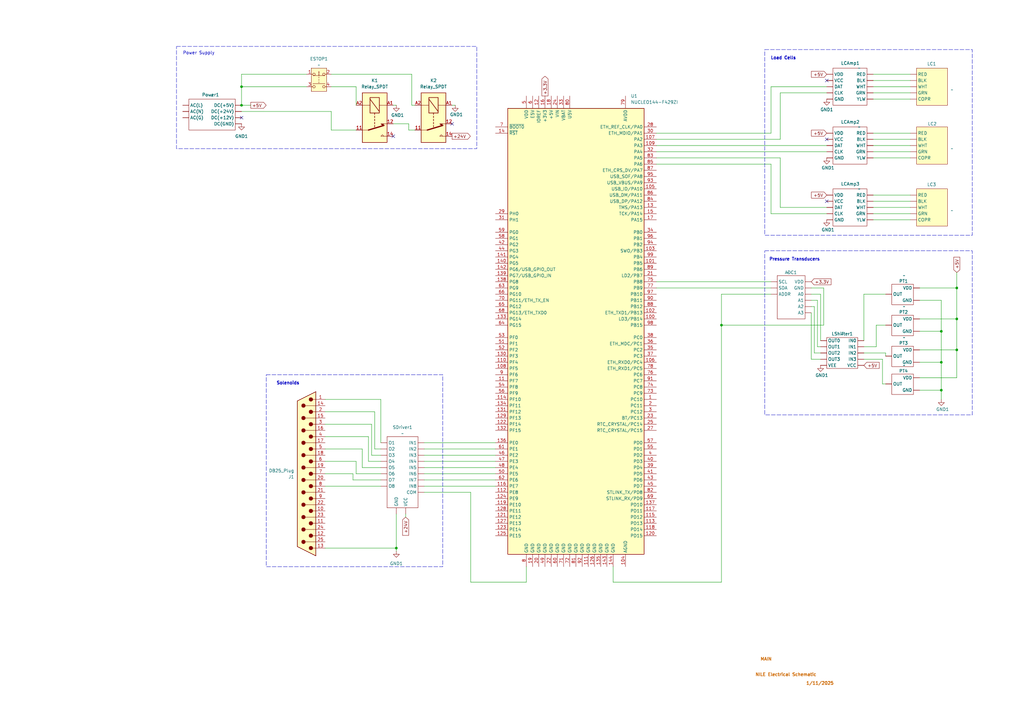
<source format=kicad_sch>
(kicad_sch (version 20231120) (generator "eeschema") (generator_version "8.0")
  (paper "A3")
  (lib_symbols
    (symbol "Connector:DB25_Plug" (pin_names (offset 1.016) hide)
      (property "Reference" "J" (at 0 34.29 0))
      (property "Value" "DB25_Plug" (at 0 -34.925 0))
      (symbol "DB25_Plug_0_1"
        (circle (center -1.778 -30.48) (radius 0.762) (fill (type outline)))
        (circle (center -1.778 -25.4) (radius 0.762) (fill (type outline)))
        (circle (center -1.778 -20.32) (radius 0.762) (fill (type outline)))
        (circle (center -1.778 -15.24) (radius 0.762) (fill (type outline)))
        (circle (center -1.778 -10.16) (radius 0.762) (fill (type outline)))
        (circle (center -1.778 -5.08) (radius 0.762) (fill (type outline)))
        (circle (center -1.778 0) (radius 0.762) (fill (type outline)))
        (circle (center -1.778 5.08) (radius 0.762) (fill (type outline)))
        (circle (center -1.778 10.16) (radius 0.762) (fill (type outline)))
        (circle (center -1.778 15.24) (radius 0.762) (fill (type outline)))
        (circle (center -1.778 20.32) (radius 0.762) (fill (type outline)))
        (circle (center -1.778 25.4) (radius 0.762) (fill (type outline)))
        (circle (center -1.778 30.48) (radius 0.762) (fill (type outline)))
        (polyline (pts (xy -3.81 -30.48) (xy -2.54 -30.48)))
        (polyline (pts (xy -3.81 -27.94) (xy 0.508 -27.94)))
        (polyline (pts (xy -3.81 -25.4) (xy -2.54 -25.4)))
        (polyline (pts (xy -3.81 -22.86) (xy 0.508 -22.86)))
        (polyline (pts (xy -3.81 -20.32) (xy -2.54 -20.32)))
        (polyline (pts (xy -3.81 -17.78) (xy 0.508 -17.78)))
        (polyline (pts (xy -3.81 -15.24) (xy -2.54 -15.24)))
        (polyline (pts (xy -3.81 -12.7) (xy 0.508 -12.7)))
        (polyline (pts (xy -3.81 -10.16) (xy -2.54 -10.16)))
        (polyline (pts (xy -3.81 -7.62) (xy 0.508 -7.62)))
        (polyline (pts (xy -3.81 -5.08) (xy -2.54 -5.08)))
        (polyline (pts (xy -3.81 -2.54) (xy 0.508 -2.54)))
        (polyline (pts (xy -3.81 0) (xy -2.54 0)))
        (polyline (pts (xy -3.81 2.54) (xy 0.508 2.54)))
        (polyline (pts (xy -3.81 5.08) (xy -2.54 5.08)))
        (polyline (pts (xy -3.81 7.62) (xy 0.508 7.62)))
        (polyline (pts (xy -3.81 10.16) (xy -2.54 10.16)))
        (polyline (pts (xy -3.81 12.7) (xy 0.508 12.7)))
        (polyline (pts (xy -3.81 15.24) (xy -2.54 15.24)))
        (polyline (pts (xy -3.81 17.78) (xy 0.508 17.78)))
        (polyline (pts (xy -3.81 20.32) (xy -2.54 20.32)))
        (polyline (pts (xy -3.81 22.86) (xy 0.508 22.86)))
        (polyline (pts (xy -3.81 25.4) (xy -2.54 25.4)))
        (polyline (pts (xy -3.81 27.94) (xy 0.508 27.94)))
        (polyline (pts (xy -3.81 30.48) (xy -2.54 30.48)))
        (polyline (pts (xy -3.81 -33.655) (xy 3.81 -29.845) (xy 3.81 29.845) (xy -3.81 33.655) (xy -3.81 -33.655)) (stroke (width 0.254)) (fill (type background)))
        (circle (center 1.27 -27.94) (radius 0.762) (fill (type outline)))
        (circle (center 1.27 -22.86) (radius 0.762) (fill (type outline)))
        (circle (center 1.27 -17.78) (radius 0.762) (fill (type outline)))
        (circle (center 1.27 -12.7) (radius 0.762) (fill (type outline)))
        (circle (center 1.27 -7.62) (radius 0.762) (fill (type outline)))
        (circle (center 1.27 -2.54) (radius 0.762) (fill (type outline)))
        (circle (center 1.27 2.54) (radius 0.762) (fill (type outline)))
        (circle (center 1.27 7.62) (radius 0.762) (fill (type outline)))
        (circle (center 1.27 12.7) (radius 0.762) (fill (type outline)))
        (circle (center 1.27 17.78) (radius 0.762) (fill (type outline)))
        (circle (center 1.27 22.86) (radius 0.762) (fill (type outline)))
        (circle (center 1.27 27.94) (radius 0.762) (fill (type outline)))
      )
      (symbol "DB25_Plug_1_1"
        (pin passive line (at -7.62 -30.48 0) (length 3.81) (name "1") (number "1"))
        (pin passive line (at -7.62 15.24 0) (length 3.81) (name "10") (number "10"))
        (pin passive line (at -7.62 20.32 0) (length 3.81) (name "11") (number "11"))
        (pin passive line (at -7.62 25.4 0) (length 3.81) (name "12") (number "12"))
        (pin passive line (at -7.62 30.48 0) (length 3.81) (name "13") (number "13"))
        (pin passive line (at -7.62 -27.94 0) (length 3.81) (name "P14") (number "14"))
        (pin passive line (at -7.62 -22.86 0) (length 3.81) (name "P15") (number "15"))
        (pin passive line (at -7.62 -17.78 0) (length 3.81) (name "P16") (number "16"))
        (pin passive line (at -7.62 -12.7 0) (length 3.81) (name "P17") (number "17"))
        (pin passive line (at -7.62 -7.62 0) (length 3.81) (name "P18") (number "18"))
        (pin passive line (at -7.62 -2.54 0) (length 3.81) (name "P19") (number "19"))
        (pin passive line (at -7.62 -25.4 0) (length 3.81) (name "2") (number "2"))
        (pin passive line (at -7.62 2.54 0) (length 3.81) (name "P20") (number "20"))
        (pin passive line (at -7.62 7.62 0) (length 3.81) (name "P21") (number "21"))
        (pin passive line (at -7.62 12.7 0) (length 3.81) (name "P22") (number "22"))
        (pin passive line (at -7.62 17.78 0) (length 3.81) (name "P23") (number "23"))
        (pin passive line (at -7.62 22.86 0) (length 3.81) (name "P24") (number "24"))
        (pin passive line (at -7.62 27.94 0) (length 3.81) (name "P25") (number "25"))
        (pin passive line (at -7.62 -20.32 0) (length 3.81) (name "3") (number "3"))
        (pin passive line (at -7.62 -15.24 0) (length 3.81) (name "4") (number "4"))
        (pin passive line (at -7.62 -10.16 0) (length 3.81) (name "5") (number "5"))
        (pin passive line (at -7.62 -5.08 0) (length 3.81) (name "6") (number "6"))
        (pin passive line (at -7.62 0 0) (length 3.81) (name "7") (number "7"))
        (pin passive line (at -7.62 5.08 0) (length 3.81) (name "8") (number "8"))
        (pin passive line (at -7.62 10.16 0) (length 3.81) (name "9") (number "9"))
      )
    )
    (symbol "MCU_Module:NUCLEO144-F429ZI"
      (property "Reference" "U" (at -22.86 94.615 0))
      (property "Value" "NUCLEO144-F429ZI" (at -22.86 92.71 0))
      (symbol "NUCLEO144-F429ZI_0_1"
        (rectangle (start -27.94 -91.44) (end 27.94 91.44) (stroke (width 0.254)) (fill (type background)))
      )
      (symbol "NUCLEO144-F429ZI_1_1"
        (pin bidirectional line (at 33.02 -27.94 180) (length 5.08) (name "PC10") (number "1"))
        (pin no_connect line (at -27.94 55.88 0) (length 5.08) hide (name "NC") (number "10"))
        (pin bidirectional line (at 33.02 5.08 180) (length 5.08) (name "LD3/PB14") (number "100"))
        (pin bidirectional line (at 33.02 27.94 180) (length 5.08) (name "PB5") (number "101"))
        (pin bidirectional line (at 33.02 7.62 180) (length 5.08) (name "ETH_TXD1/PB13") (number "102"))
        (pin bidirectional line (at 33.02 33.02 180) (length 5.08) (name "SWO/PB3") (number "103"))
        (pin power_in line (at 20.32 -96.52 90) (length 5.08) (name "AGND") (number "104"))
        (pin bidirectional line (at 33.02 58.42 180) (length 5.08) (name "USB_ID/PA10") (number "105"))
        (pin bidirectional line (at 33.02 -12.7 180) (length 5.08) (name "ETH_RXD0/PC4") (number "106"))
        (pin bidirectional line (at 33.02 78.74 180) (length 5.08) (name "PA2") (number "107"))
        (pin bidirectional line (at -33.02 -15.24 0) (length 5.08) (name "PF5") (number "108"))
        (pin bidirectional line (at 33.02 76.2 180) (length 5.08) (name "PA3") (number "109"))
        (pin bidirectional line (at -33.02 -20.32 0) (length 5.08) (name "PF7") (number "11"))
        (pin bidirectional line (at -33.02 -12.7 0) (length 5.08) (name "PF4") (number "110"))
        (pin power_in line (at 5.08 -96.52 90) (length 5.08) (name "GND") (number "111"))
        (pin bidirectional line (at -33.02 -66.04 0) (length 5.08) (name "PE8") (number "112"))
        (pin bidirectional line (at 33.02 -78.74 180) (length 5.08) (name "PD13") (number "113"))
        (pin bidirectional line (at -33.02 -27.94 0) (length 5.08) (name "PF10") (number "114"))
        (pin bidirectional line (at 33.02 -76.2 180) (length 5.08) (name "PD12") (number "115"))
        (pin bidirectional line (at -33.02 -63.5 0) (length 5.08) (name "PE7") (number "116"))
        (pin bidirectional line (at 33.02 -73.66 180) (length 5.08) (name "PD11") (number "117"))
        (pin bidirectional line (at 33.02 -81.28 180) (length 5.08) (name "PD14") (number "118"))
        (pin bidirectional line (at -33.02 -71.12 0) (length 5.08) (name "PE10") (number "119"))
        (pin power_in line (at -15.24 96.52 270) (length 5.08) (name "IOREF") (number "12"))
        (pin bidirectional line (at 33.02 -83.82 180) (length 5.08) (name "PD15") (number "120"))
        (pin bidirectional line (at -33.02 -76.2 0) (length 5.08) (name "PE12") (number "121"))
        (pin bidirectional line (at -33.02 -38.1 0) (length 5.08) (name "PF14") (number "122"))
        (pin bidirectional line (at -33.02 -81.28 0) (length 5.08) (name "PE14") (number "123"))
        (pin bidirectional line (at -33.02 -68.58 0) (length 5.08) (name "PE9") (number "124"))
        (pin bidirectional line (at -33.02 -83.82 0) (length 5.08) (name "PE15") (number "125"))
        (pin power_in line (at 7.62 -96.52 90) (length 5.08) (name "GND") (number "126"))
        (pin bidirectional line (at -33.02 -78.74 0) (length 5.08) (name "PE13") (number "127"))
        (pin bidirectional line (at -33.02 -73.66 0) (length 5.08) (name "PE11") (number "128"))
        (pin bidirectional line (at -33.02 -35.56 0) (length 5.08) (name "PF13") (number "129"))
        (pin bidirectional line (at 33.02 50.8 180) (length 5.08) (name "TMS/PA13") (number "13"))
        (pin bidirectional line (at -33.02 -10.16 0) (length 5.08) (name "PF3") (number "130"))
        (pin bidirectional line (at -33.02 -33.02 0) (length 5.08) (name "PF12") (number "131"))
        (pin bidirectional line (at -33.02 -40.64 0) (length 5.08) (name "PF15") (number "132"))
        (pin bidirectional line (at -33.02 5.08 0) (length 5.08) (name "PG14") (number "133"))
        (pin bidirectional line (at -33.02 -30.48 0) (length 5.08) (name "PF11") (number "134"))
        (pin power_in line (at 10.16 -96.52 90) (length 5.08) (name "GND") (number "135"))
        (pin bidirectional line (at -33.02 -45.72 0) (length 5.08) (name "PE0") (number "136"))
        (pin bidirectional line (at 33.02 -71.12 180) (length 5.08) (name "PD10") (number "137"))
        (pin bidirectional line (at -33.02 20.32 0) (length 5.08) (name "PG8") (number "138"))
        (pin bidirectional line (at -33.02 22.86 0) (length 5.08) (name "PG7/USB_GPIO_IN") (number "139"))
        (pin input line (at -33.02 81.28 0) (length 5.08) (name "~{RST}") (number "14"))
        (pin bidirectional line (at -33.02 27.94 0) (length 5.08) (name "PG5") (number "140"))
        (pin bidirectional line (at -33.02 30.48 0) (length 5.08) (name "PG4") (number "141"))
        (pin bidirectional line (at -33.02 25.4 0) (length 5.08) (name "PG6/USB_GPIO_OUT") (number "142"))
        (pin power_in line (at 12.7 -96.52 90) (length 5.08) (name "GND") (number "143"))
        (pin power_in line (at 15.24 -96.52 90) (length 5.08) (name "GND") (number "144"))
        (pin bidirectional line (at 33.02 48.26 180) (length 5.08) (name "TCK/PA14") (number "15"))
        (pin power_in line (at -12.7 96.52 270) (length 5.08) (name "+3V3") (number "16"))
        (pin bidirectional line (at 33.02 45.72 180) (length 5.08) (name "PA15") (number "17"))
        (pin power_in line (at -10.16 96.52 270) (length 5.08) (name "+5V") (number "18"))
        (pin power_in line (at -17.78 -96.52 90) (length 5.08) (name "GND") (number "19"))
        (pin bidirectional line (at 33.02 -30.48 180) (length 5.08) (name "PC11") (number "2"))
        (pin power_in line (at -15.24 -96.52 90) (length 5.08) (name "GND") (number "20"))
        (pin bidirectional line (at 33.02 22.86 180) (length 5.08) (name "LD2/PB7") (number "21"))
        (pin power_in line (at -10.16 -96.52 90) (length 5.08) (name "GND") (number "22"))
        (pin bidirectional line (at 33.02 -35.56 180) (length 5.08) (name "BT/PC13") (number "23"))
        (pin power_in line (at -7.62 96.52 270) (length 5.08) (name "VIN") (number "24"))
        (pin bidirectional line (at 33.02 -38.1 180) (length 5.08) (name "RTC_CRYSTAL/PC14") (number "25"))
        (pin no_connect line (at -27.94 58.42 0) (length 5.08) hide (name "NC") (number "26"))
        (pin bidirectional line (at 33.02 -40.64 180) (length 5.08) (name "RTC_CRYSTAL/PC15") (number "27"))
        (pin bidirectional line (at 33.02 83.82 180) (length 5.08) (name "ETH_REF_CLK/PA0") (number "28"))
        (pin bidirectional line (at -33.02 48.26 0) (length 5.08) (name "PH0") (number "29"))
        (pin bidirectional line (at 33.02 -33.02 180) (length 5.08) (name "PC12") (number "3"))
        (pin bidirectional line (at 33.02 81.28 180) (length 5.08) (name "ETH_MDIO/PA1") (number "30"))
        (pin bidirectional line (at -33.02 45.72 0) (length 5.08) (name "PH1") (number "31"))
        (pin bidirectional line (at 33.02 73.66 180) (length 5.08) (name "PA4") (number "32"))
        (pin power_in line (at -5.08 96.52 270) (length 5.08) (name "VBAT") (number "33"))
        (pin bidirectional line (at 33.02 40.64 180) (length 5.08) (name "PB0") (number "34"))
        (pin bidirectional line (at 33.02 -7.62 180) (length 5.08) (name "PC2") (number "35"))
        (pin bidirectional line (at 33.02 -5.08 180) (length 5.08) (name "ETH_MDC/PC1") (number "36"))
        (pin bidirectional line (at 33.02 -10.16 180) (length 5.08) (name "PC3") (number "37"))
        (pin bidirectional line (at 33.02 -2.54 180) (length 5.08) (name "PC0") (number "38"))
        (pin bidirectional line (at 33.02 -55.88 180) (length 5.08) (name "PD4") (number "39"))
        (pin bidirectional line (at 33.02 -50.8 180) (length 5.08) (name "PD2") (number "4"))
        (pin bidirectional line (at 33.02 -53.34 180) (length 5.08) (name "PD3") (number "40"))
        (pin bidirectional line (at 33.02 -58.42 180) (length 5.08) (name "PD5") (number "41"))
        (pin bidirectional line (at -33.02 35.56 0) (length 5.08) (name "PG2") (number "42"))
        (pin bidirectional line (at 33.02 -60.96 180) (length 5.08) (name "PD6") (number "43"))
        (pin bidirectional line (at -33.02 33.02 0) (length 5.08) (name "PG3") (number "44"))
        (pin bidirectional line (at 33.02 -63.5 180) (length 5.08) (name "PD7") (number "45"))
        (pin bidirectional line (at -33.02 -50.8 0) (length 5.08) (name "PE2") (number "46"))
        (pin bidirectional line (at -33.02 -53.34 0) (length 5.08) (name "PE3") (number "47"))
        (pin bidirectional line (at -33.02 -55.88 0) (length 5.08) (name "PE4") (number "48"))
        (pin power_in line (at -12.7 -96.52 90) (length 5.08) (name "GND") (number "49"))
        (pin power_in line (at -20.32 96.52 270) (length 5.08) (name "VDD") (number "5"))
        (pin bidirectional line (at -33.02 -58.42 0) (length 5.08) (name "PE5") (number "50"))
        (pin bidirectional line (at -33.02 -5.08 0) (length 5.08) (name "PF1") (number "51"))
        (pin bidirectional line (at -33.02 -7.62 0) (length 5.08) (name "PF2") (number "52"))
        (pin bidirectional line (at -33.02 -2.54 0) (length 5.08) (name "PF0") (number "53"))
        (pin bidirectional line (at -33.02 -22.86 0) (length 5.08) (name "PF8") (number "54"))
        (pin bidirectional line (at 33.02 -48.26 180) (length 5.08) (name "PD1") (number "55"))
        (pin bidirectional line (at -33.02 -25.4 0) (length 5.08) (name "PF9") (number "56"))
        (pin bidirectional line (at 33.02 -45.72 180) (length 5.08) (name "PD0") (number "57"))
        (pin bidirectional line (at -33.02 38.1 0) (length 5.08) (name "PG1") (number "58"))
        (pin bidirectional line (at -33.02 40.64 0) (length 5.08) (name "PG0") (number "59"))
        (pin power_in line (at -17.78 96.52 270) (length 5.08) (name "E5V") (number "6"))
        (pin power_in line (at -7.62 -96.52 90) (length 5.08) (name "GND") (number "60"))
        (pin bidirectional line (at -33.02 -48.26 0) (length 5.08) (name "PE1") (number "61"))
        (pin bidirectional line (at -33.02 -60.96 0) (length 5.08) (name "PE6") (number "62"))
        (pin bidirectional line (at -33.02 17.78 0) (length 5.08) (name "PG9") (number "63"))
        (pin bidirectional line (at -33.02 2.54 0) (length 5.08) (name "PG15") (number "64"))
        (pin bidirectional line (at -33.02 10.16 0) (length 5.08) (name "PG12") (number "65"))
        (pin bidirectional line (at -33.02 15.24 0) (length 5.08) (name "PG10") (number "66"))
        (pin no_connect line (at -27.94 53.34 0) (length 5.08) hide (name "NC") (number "67"))
        (pin bidirectional line (at -33.02 7.62 0) (length 5.08) (name "PG13/ETH_TXD0") (number "68"))
        (pin bidirectional line (at 33.02 -68.58 180) (length 5.08) (name "STLINK_RX/PD9") (number "69"))
        (pin input line (at -33.02 83.82 0) (length 5.08) (name "~{BOOT0}") (number "7"))
        (pin bidirectional line (at -33.02 12.7 0) (length 5.08) (name "PG11/ETH_TX_EN") (number "70"))
        (pin power_in line (at -5.08 -96.52 90) (length 5.08) (name "GND") (number "71"))
        (pin power_in line (at -2.54 -96.52 90) (length 5.08) (name "GND") (number "72"))
        (pin bidirectional line (at 33.02 -25.4 180) (length 5.08) (name "PC9") (number "73"))
        (pin bidirectional line (at 33.02 -22.86 180) (length 5.08) (name "PC8") (number "74"))
        (pin bidirectional line (at 33.02 20.32 180) (length 5.08) (name "PB8") (number "75"))
        (pin bidirectional line (at 33.02 -17.78 180) (length 5.08) (name "PC6") (number "76"))
        (pin bidirectional line (at 33.02 17.78 180) (length 5.08) (name "PB9") (number "77"))
        (pin bidirectional line (at 33.02 -15.24 180) (length 5.08) (name "ETH_RXD1/PC5") (number "78"))
        (pin power_in line (at 20.32 96.52 270) (length 5.08) (name "AVDD") (number "79"))
        (pin power_in line (at -20.32 -96.52 90) (length 5.08) (name "GND") (number "8"))
        (pin power_in line (at -2.54 96.52 270) (length 5.08) (name "U5V") (number "80"))
        (pin power_in line (at 0 -96.52 90) (length 5.08) (name "GND") (number "81"))
        (pin bidirectional line (at 33.02 -66.04 180) (length 5.08) (name "STLINK_TX/PD8") (number "82"))
        (pin bidirectional line (at 33.02 71.12 180) (length 5.08) (name "PA5") (number "83"))
        (pin bidirectional line (at 33.02 53.34 180) (length 5.08) (name "USB_DP/PA12") (number "84"))
        (pin bidirectional line (at 33.02 68.58 180) (length 5.08) (name "PA6") (number "85"))
        (pin bidirectional line (at 33.02 55.88 180) (length 5.08) (name "USB_DM/PA11") (number "86"))
        (pin bidirectional line (at 33.02 66.04 180) (length 5.08) (name "ETH_CRS_DV/PA7") (number "87"))
        (pin bidirectional line (at 33.02 10.16 180) (length 5.08) (name "PB12") (number "88"))
        (pin bidirectional line (at 33.02 25.4 180) (length 5.08) (name "PB6") (number "89"))
        (pin bidirectional line (at -33.02 -17.78 0) (length 5.08) (name "PF6") (number "9"))
        (pin bidirectional line (at 33.02 12.7 180) (length 5.08) (name "PB11") (number "90"))
        (pin bidirectional line (at 33.02 -20.32 180) (length 5.08) (name "PC7") (number "91"))
        (pin power_in line (at 2.54 -96.52 90) (length 5.08) (name "GND") (number "92"))
        (pin bidirectional line (at 33.02 60.96 180) (length 5.08) (name "USB_VBUS/PA9") (number "93"))
        (pin bidirectional line (at 33.02 35.56 180) (length 5.08) (name "PB2") (number "94"))
        (pin bidirectional line (at 33.02 63.5 180) (length 5.08) (name "USB_SOF/PA8") (number "95"))
        (pin bidirectional line (at 33.02 38.1 180) (length 5.08) (name "PB1") (number "96"))
        (pin bidirectional line (at 33.02 15.24 180) (length 5.08) (name "PB10") (number "97"))
        (pin bidirectional line (at 33.02 2.54 180) (length 5.08) (name "PB15") (number "98"))
        (pin bidirectional line (at 33.02 30.48 180) (length 5.08) (name "PB4") (number "99"))
      )
    )
    (symbol "NILE:ADS1115"
      (property "Reference" "ADC" (at -0.762 1.016 0))
      (symbol "ADS1115_0_1"
        (rectangle (start -6.35 0) (end 5.08 -17.78))
      )
      (symbol "ADS1115_1_1"
        (pin input line (at -8.89 -7.62 0) (length 2.54) (name "A0") (number ""))
        (pin input line (at -8.89 -10.16 0) (length 2.54) (name "A1") (number ""))
        (pin input line (at -8.89 -12.7 0) (length 2.54) (name "A2") (number ""))
        (pin input line (at -8.89 -15.24 0) (length 2.54) (name "A3") (number ""))
        (pin output line (at 7.62 -7.62 180) (length 2.54) (name "ADDR") (number ""))
        (pin power_in line (at -8.89 -5.08 0) (length 2.54) (name "GND") (number ""))
        (pin output line (at 7.62 -2.54 180) (length 2.54) (name "SCL") (number ""))
        (pin output line (at 7.62 -5.08 180) (length 2.54) (name "SDA") (number ""))
        (pin power_in line (at -8.89 -2.54 0) (length 2.54) (name "VDD") (number ""))
      )
    )
    (symbol "NILE:LCAmp"
      (property "Reference" "LCAmp" (at 4.064 1.27 0))
      (symbol "LCAmp_0_1"
        (rectangle (start -2.54 0) (end 11.43 -15.24))
      )
      (symbol "LCAmp_1_1"
        (pin input line (at -5.08 -5.08 0) (length 2.54) (name "BLK") (number ""))
        (pin input line (at 13.97 -10.16 180) (length 2.54) (name "CLK") (number ""))
        (pin output line (at 13.97 -7.62 180) (length 2.54) (name "DAT") (number ""))
        (pin power_in line (at 13.97 -12.7 180) (length 2.54) (name "GND") (number ""))
        (pin input line (at -5.08 -10.16 0) (length 2.54) (name "GRN") (number ""))
        (pin input line (at -5.08 -2.54 0) (length 2.54) (name "RED") (number ""))
        (pin power_out line (at 13.97 -5.08 180) (length 2.54) (name "VCC") (number ""))
        (pin power_in line (at 13.97 -2.54 180) (length 2.54) (name "VDD") (number ""))
        (pin input line (at -5.08 -7.62 0) (length 2.54) (name "WHT") (number ""))
        (pin input line (at -5.08 -12.7 0) (length 2.54) (name "YLW") (number ""))
      )
    )
    (symbol "NILE:LShifter"
      (property "Reference" "LShifter" (at 0 1.27 0))
      (symbol "LShifter_0_1"
        (rectangle (start -6.35 0) (end 6.35 -12.7))
      )
      (symbol "LShifter_1_1"
        (pin input line (at 8.89 -1.27 180) (length 2.54) (name "IN0") (number ""))
        (pin input line (at 8.89 -3.81 180) (length 2.54) (name "IN1") (number ""))
        (pin input line (at 8.89 -6.35 180) (length 2.54) (name "IN2") (number ""))
        (pin input line (at 8.89 -8.89 180) (length 2.54) (name "IN3") (number ""))
        (pin output line (at -8.89 -1.27 0) (length 2.54) (name "OUT0") (number ""))
        (pin output line (at -8.89 -3.81 0) (length 2.54) (name "OUT1") (number ""))
        (pin output line (at -8.89 -6.35 0) (length 2.54) (name "OUT2") (number ""))
        (pin output line (at -8.89 -8.89 0) (length 2.54) (name "OUT3") (number ""))
        (pin power_in line (at 8.89 -11.43 180) (length 2.54) (name "VCC") (number ""))
        (pin power_in line (at -8.89 -11.43 0) (length 2.54) (name "VEE") (number ""))
      )
    )
    (symbol "NILE:LoadCell"
      (property "Reference" "LC" (at 0.508 1.27 0))
      (symbol "LoadCell_1_1"
        (rectangle (start -6.35 0) (end 6.35 -15.24) (fill (type background)))
        (pin output line (at 8.89 -5.08 180) (length 2.54) (name "BLK") (number ""))
        (pin output line (at 8.89 -12.7 180) (length 2.54) (name "COPR") (number ""))
        (pin output line (at 8.89 -10.16 180) (length 2.54) (name "GRN") (number ""))
        (pin output line (at 8.89 -2.54 180) (length 2.54) (name "RED") (number ""))
        (pin output line (at 8.89 -7.62 180) (length 2.54) (name "WHT") (number ""))
      )
    )
    (symbol "NILE:PS"
      (property "Reference" "Power" (at -0.254 1.27 0))
      (symbol "PS_0_1"
        (rectangle (start -7.62 0) (end 11.43 -12.7))
      )
      (symbol "PS_1_1"
        (pin power_in line (at -10.16 -7.62 0) (length 2.54) (name "AC(G)") (number ""))
        (pin power_in line (at -10.16 -2.54 0) (length 2.54) (name "AC(L)") (number ""))
        (pin power_in line (at -10.16 -5.08 0) (length 2.54) (name "AC(N)") (number ""))
        (pin power_out line (at 13.97 -7.62 180) (length 2.54) (name "DC(+12V)") (number ""))
        (pin power_out line (at 13.97 -5.08 180) (length 2.54) (name "DC(+24V)") (number ""))
        (pin power_out line (at 13.97 -2.54 180) (length 2.54) (name "DC(+5V)") (number ""))
        (pin power_out line (at 13.97 -10.16 180) (length 2.54) (name "DC(GND)") (number ""))
      )
    )
    (symbol "NILE:PT"
      (property "Reference" "PT" (at 0.762 1.524 0))
      (symbol "PT_0_1"
        (rectangle (start -3.81 0.254) (end 5.08 -8.128))
      )
      (symbol "PT_1_1"
        (pin power_in line (at -6.35 -6.35 0) (length 2.54) (name "GND") (number ""))
        (pin output line (at 7.62 -3.81 180) (length 2.54) (name "OUT") (number ""))
        (pin power_in line (at -6.35 -1.27 0) (length 2.54) (name "VDD") (number ""))
      )
    )
    (symbol "NILE:SW_PUSH" (pin_names (offset 1.016) hide)
      (property "Reference" "ESTOP" (at 0 1.27 0))
      (symbol "SW_PUSH_0_1"
        (circle (center -2.032 -7.62) (radius 0.508))
        (circle (center -2.032 -2.54) (radius 0.508))
        (polyline (pts (xy 0 -5.588) (xy 0 -6.096)))
        (polyline (pts (xy 0 -4.572) (xy 0 -5.08)))
        (polyline (pts (xy 0 -4.064) (xy 0 -3.556)))
        (polyline (pts (xy 0 -3.048) (xy 0 -2.54)))
        (polyline (pts (xy 0 -3.048) (xy 0 -1.27)))
        (polyline (pts (xy 0 -2.032) (xy 0 -1.524)))
        (polyline (pts (xy 2.54 -6.35) (xy -2.54 -6.35)))
        (polyline (pts (xy 2.54 -3.048) (xy -2.54 -3.048)))
        (circle (center 2.032 -7.62) (radius 0.508))
        (circle (center 2.032 -2.54) (radius 0.508))
        (pin passive line (at -5.08 -2.54 0) (length 2.54) (name "1") (number "1"))
        (pin passive line (at 5.08 -2.54 180) (length 2.54) (name "2") (number "2"))
        (pin passive line (at -5.08 -7.62 0) (length 2.54) (name "3") (number "3"))
        (pin passive line (at 5.08 -7.62 180) (length 2.54) (name "4") (number "4"))
      )
      (symbol "SW_PUSH_1_1"
        (rectangle (start -3.175 0) (end 3.175 -9.525) (fill (type background)))
      )
    )
    (symbol "NILE:SolDriver"
      (property "Reference" "SDriver" (at 0 1.27 0))
      (symbol "SolDriver_0_1"
        (rectangle (start -6.35 0) (end 6.35 -29.21))
      )
      (symbol "SolDriver_1_1"
        (pin input line (at -8.89 -22.86 0) (length 2.54) (name "COM") (number ""))
        (pin power_in line (at 2.54 -31.75 90) (length 2.54) (name "GND") (number ""))
        (pin input line (at -8.89 -2.54 0) (length 2.54) (name "IN1") (number ""))
        (pin input line (at -8.89 -5.08 0) (length 2.54) (name "IN2") (number ""))
        (pin input line (at -8.89 -7.62 0) (length 2.54) (name "IN3") (number ""))
        (pin input line (at -8.89 -10.16 0) (length 2.54) (name "IN4") (number ""))
        (pin input line (at -8.89 -12.7 0) (length 2.54) (name "IN5") (number ""))
        (pin input line (at -8.89 -15.24 0) (length 2.54) (name "IN6") (number ""))
        (pin input line (at -8.89 -17.78 0) (length 2.54) (name "IN7") (number ""))
        (pin input line (at -8.89 -20.32 0) (length 2.54) (name "IN8") (number ""))
        (pin output line (at 8.89 -2.54 180) (length 2.54) (name "O1") (number ""))
        (pin output line (at 8.89 -5.08 180) (length 2.54) (name "O2") (number ""))
        (pin output line (at 8.89 -7.62 180) (length 2.54) (name "O3") (number ""))
        (pin output line (at 8.89 -10.16 180) (length 2.54) (name "O4") (number ""))
        (pin output line (at 8.89 -12.7 180) (length 2.54) (name "O5") (number ""))
        (pin output line (at 8.89 -15.24 180) (length 2.54) (name "O6") (number ""))
        (pin output line (at 8.89 -17.78 180) (length 2.54) (name "O7") (number ""))
        (pin output line (at 8.89 -20.32 180) (length 2.54) (name "O8") (number ""))
        (pin power_in line (at -1.27 -31.75 90) (length 2.54) (name "VCC") (number ""))
      )
    )
    (symbol "Relay:Relay_SPDT"
      (property "Reference" "K" (at 11.43 3.81 0))
      (property "Value" "Relay_SPDT" (at 11.43 1.27 0))
      (symbol "Relay_SPDT_0_0"
        (polyline (pts (xy 7.62 5.08) (xy 7.62 2.54) (xy 6.985 3.175) (xy 7.62 3.81)))
      )
      (symbol "Relay_SPDT_0_1"
        (rectangle (start -10.16 5.08) (end 10.16 -5.08) (stroke (width 0.254)) (fill (type background)))
        (rectangle (start -8.255 1.905) (end -1.905 -1.905) (stroke (width 0.254)))
        (polyline (pts (xy -7.62 -1.905) (xy -2.54 1.905)) (stroke (width 0.254)))
        (polyline (pts (xy -5.08 -5.08) (xy -5.08 -1.905)))
        (polyline (pts (xy -5.08 5.08) (xy -5.08 1.905)))
        (polyline (pts (xy -1.905 0) (xy -1.27 0)) (stroke (width 0.254)))
        (polyline (pts (xy -0.635 0) (xy 0 0)) (stroke (width 0.254)))
        (polyline (pts (xy 0.635 0) (xy 1.27 0)) (stroke (width 0.254)))
        (polyline (pts (xy 1.905 0) (xy 2.54 0)) (stroke (width 0.254)))
        (polyline (pts (xy 3.175 0) (xy 3.81 0)) (stroke (width 0.254)))
        (polyline (pts (xy 5.08 -2.54) (xy 3.175 3.81)) (stroke (width 0.508)))
        (polyline (pts (xy 5.08 -2.54) (xy 5.08 -5.08)))
        (polyline (pts (xy 2.54 5.08) (xy 2.54 2.54) (xy 3.175 3.175) (xy 2.54 3.81)) (fill (type outline)))
      )
      (symbol "Relay_SPDT_1_1"
        (pin passive line (at 5.08 -7.62 90) (length 2.54) (name "~") (number "11"))
        (pin passive line (at 2.54 7.62 270) (length 2.54) (name "~") (number "12"))
        (pin passive line (at 7.62 7.62 270) (length 2.54) (name "~") (number "14"))
        (pin passive line (at -5.08 7.62 270) (length 2.54) (name "~") (number "A1"))
        (pin passive line (at -5.08 -7.62 90) (length 2.54) (name "~") (number "A2"))
      )
    )
    (symbol "power:GND" (power) (pin_numbers hide) (pin_names (offset 0) hide)
      (property "Value" "GND" (at 0 -3.81 0))
      (symbol "GND_0_1"
        (polyline (pts (xy 0 0) (xy 0 -1.27) (xy 1.27 -1.27) (xy 0 -2.54) (xy -1.27 -1.27) (xy 0 -1.27)))
      )
      (symbol "GND_1_1"
        (pin power_in line (at 0 0 270) (length 0) (name "~") (number "1"))
      )
    )
  )
  (junction (at 162.56 224.79))
  (junction (at 295.91 133.35))
  (junction (at 392.43 130.81))
  (junction (at 386.08 135.89))
  (junction (at 386.08 160.02))
  (junction (at 99.06 43.18))
  (junction (at 386.08 148.59))
  (junction (at 392.43 118.11))
  (junction (at 392.43 143.51))
  (junction (at 99.06 35.56))
  (no_connect (at 185.42 50.8))
  (no_connect (at 339.09 57.15))
  (no_connect (at 161.29 55.88))
  (no_connect (at 99.06 48.26))
  (no_connect (at 339.09 82.55))
  (no_connect (at 339.09 33.02))
  (wire (pts (xy 354.33 139.7) (xy 354.33 120.65)))
  (wire (pts (xy 146.05 194.31) (xy 156.21 194.31)))
  (wire (pts (xy 363.22 144.78) (xy 363.22 146.05)))
  (wire (pts (xy 193.04 201.93) (xy 193.04 238.76)))
  (wire (pts (xy 173.99 181.61) (xy 203.2 181.61)))
  (wire (pts (xy 295.91 238.76) (xy 251.46 238.76)))
  (wire (pts (xy 173.99 194.31) (xy 203.2 194.31)))
  (wire (pts (xy 135.89 53.34) (xy 146.05 53.34)))
  (wire (pts (xy 152.4 173.99) (xy 152.4 186.69)))
  (wire (pts (xy 99.06 43.18) (xy 102.87 43.18)))
  (wire (pts (xy 377.19 143.51) (xy 392.43 143.51)))
  (wire (pts (xy 148.59 191.77) (xy 156.21 191.77)))
  (wire (pts (xy 153.67 168.91) (xy 153.67 184.15)))
  (wire (pts (xy 334.01 125.73) (xy 332.74 125.73)))
  (wire (pts (xy 320.04 85.09) (xy 320.04 64.77)))
  (wire (pts (xy 359.41 133.35) (xy 363.22 133.35)))
  (wire (pts (xy 295.91 133.35) (xy 295.91 238.76)))
  (wire (pts (xy 133.35 194.31) (xy 144.78 194.31)))
  (wire (pts (xy 316.23 118.11) (xy 269.24 118.11)))
  (wire (pts (xy 334.01 125.73) (xy 334.01 144.78)))
  (wire (pts (xy 377.19 123.19) (xy 386.08 123.19)))
  (wire (pts (xy 316.23 35.56) (xy 339.09 35.56)))
  (wire (pts (xy 146.05 189.23) (xy 146.05 194.31)))
  (wire (pts (xy 336.55 142.24) (xy 335.28 142.24)))
  (wire (pts (xy 336.55 120.65) (xy 332.74 120.65)))
  (wire (pts (xy 373.38 38.1) (xy 358.14 38.1)))
  (wire (pts (xy 162.56 43.18) (xy 161.29 43.18)))
  (wire (pts (xy 153.67 184.15) (xy 156.21 184.15)))
  (wire (pts (xy 156.21 163.83) (xy 156.21 181.61)))
  (wire (pts (xy 337.82 133.35) (xy 295.91 133.35)))
  (wire (pts (xy 99.06 43.18) (xy 99.06 35.56)))
  (wire (pts (xy 295.91 120.65) (xy 295.91 133.35)))
  (wire (pts (xy 161.29 50.8) (xy 167.64 50.8)))
  (wire (pts (xy 133.35 224.79) (xy 162.56 224.79)))
  (wire (pts (xy 354.33 144.78) (xy 363.22 144.78)))
  (wire (pts (xy 168.91 43.18) (xy 170.18 43.18)))
  (wire (pts (xy 373.38 40.64) (xy 358.14 40.64)))
  (wire (pts (xy 392.43 143.51) (xy 392.43 154.94)))
  (wire (pts (xy 146.05 35.56) (xy 146.05 43.18)))
  (wire (pts (xy 133.35 189.23) (xy 146.05 189.23)))
  (wire (pts (xy 316.23 115.57) (xy 269.24 115.57)))
  (wire (pts (xy 148.59 184.15) (xy 148.59 191.77)))
  (wire (pts (xy 361.95 147.32) (xy 361.95 157.48)))
  (wire (pts (xy 166.37 212.09) (xy 166.37 210.82)))
  (wire (pts (xy 99.06 30.48) (xy 125.73 30.48)))
  (wire (pts (xy 269.24 62.23) (xy 339.09 62.23)))
  (wire (pts (xy 173.99 186.69) (xy 203.2 186.69)))
  (wire (pts (xy 339.09 85.09) (xy 320.04 85.09)))
  (wire (pts (xy 377.19 135.89) (xy 386.08 135.89)))
  (wire (pts (xy 336.55 144.78) (xy 334.01 144.78)))
  (wire (pts (xy 392.43 130.81) (xy 392.43 143.51)))
  (wire (pts (xy 316.23 120.65) (xy 295.91 120.65)))
  (wire (pts (xy 320.04 38.1) (xy 320.04 57.15)))
  (wire (pts (xy 335.28 123.19) (xy 332.74 123.19)))
  (wire (pts (xy 359.41 142.24) (xy 359.41 133.35)))
  (wire (pts (xy 269.24 57.15) (xy 320.04 57.15)))
  (wire (pts (xy 99.06 45.72) (xy 135.89 45.72)))
  (wire (pts (xy 358.14 90.17) (xy 373.38 90.17)))
  (wire (pts (xy 392.43 118.11) (xy 392.43 130.81)))
  (wire (pts (xy 332.74 118.11) (xy 337.82 118.11)))
  (wire (pts (xy 386.08 163.83) (xy 386.08 160.02)))
  (wire (pts (xy 358.14 59.69) (xy 373.38 59.69)))
  (wire (pts (xy 373.38 30.48) (xy 358.14 30.48)))
  (wire (pts (xy 386.08 123.19) (xy 386.08 135.89)))
  (wire (pts (xy 336.55 139.7) (xy 336.55 120.65)))
  (wire (pts (xy 99.06 35.56) (xy 125.73 35.56)))
  (wire (pts (xy 358.14 64.77) (xy 373.38 64.77)))
  (wire (pts (xy 133.35 173.99) (xy 152.4 173.99)))
  (wire (pts (xy 133.35 163.83) (xy 156.21 163.83)))
  (wire (pts (xy 99.06 35.56) (xy 99.06 30.48)))
  (wire (pts (xy 377.19 130.81) (xy 392.43 130.81)))
  (wire (pts (xy 386.08 148.59) (xy 386.08 160.02)))
  (wire (pts (xy 354.33 142.24) (xy 359.41 142.24)))
  (wire (pts (xy 135.89 35.56) (xy 146.05 35.56)))
  (wire (pts (xy 358.14 62.23) (xy 373.38 62.23)))
  (wire (pts (xy 373.38 33.02) (xy 358.14 33.02)))
  (wire (pts (xy 133.35 179.07) (xy 151.13 179.07)))
  (wire (pts (xy 135.89 45.72) (xy 135.89 53.34)))
  (wire (pts (xy 251.46 238.76) (xy 251.46 232.41)))
  (wire (pts (xy 173.99 199.39) (xy 203.2 199.39)))
  (wire (pts (xy 361.95 157.48) (xy 363.22 157.48)))
  (wire (pts (xy 173.99 184.15) (xy 203.2 184.15)))
  (wire (pts (xy 168.91 30.48) (xy 168.91 43.18)))
  (wire (pts (xy 358.14 80.01) (xy 373.38 80.01)))
  (wire (pts (xy 269.24 64.77) (xy 320.04 64.77)))
  (wire (pts (xy 135.89 30.48) (xy 168.91 30.48)))
  (wire (pts (xy 167.64 53.34) (xy 170.18 53.34)))
  (wire (pts (xy 133.35 199.39) (xy 156.21 199.39)))
  (wire (pts (xy 358.14 85.09) (xy 373.38 85.09)))
  (wire (pts (xy 162.56 224.79) (xy 162.56 210.82)))
  (wire (pts (xy 316.23 87.63) (xy 339.09 87.63)))
  (wire (pts (xy 354.33 120.65) (xy 363.22 120.65)))
  (wire (pts (xy 133.35 184.15) (xy 148.59 184.15)))
  (wire (pts (xy 162.56 226.06) (xy 162.56 224.79)))
  (wire (pts (xy 151.13 189.23) (xy 156.21 189.23)))
  (wire (pts (xy 392.43 111.76) (xy 392.43 118.11)))
  (wire (pts (xy 316.23 35.56) (xy 316.23 54.61)))
  (wire (pts (xy 167.64 50.8) (xy 167.64 53.34)))
  (wire (pts (xy 377.19 148.59) (xy 386.08 148.59)))
  (wire (pts (xy 215.9 238.76) (xy 215.9 232.41)))
  (wire (pts (xy 151.13 179.07) (xy 151.13 189.23)))
  (wire (pts (xy 316.23 67.31) (xy 316.23 87.63)))
  (wire (pts (xy 173.99 196.85) (xy 203.2 196.85)))
  (wire (pts (xy 386.08 135.89) (xy 386.08 148.59)))
  (wire (pts (xy 152.4 186.69) (xy 156.21 186.69)))
  (wire (pts (xy 269.24 67.31) (xy 316.23 67.31)))
  (wire (pts (xy 320.04 38.1) (xy 339.09 38.1)))
  (wire (pts (xy 173.99 189.23) (xy 203.2 189.23)))
  (wire (pts (xy 332.74 128.27) (xy 332.74 147.32)))
  (wire (pts (xy 358.14 54.61) (xy 373.38 54.61)))
  (wire (pts (xy 144.78 196.85) (xy 156.21 196.85)))
  (wire (pts (xy 269.24 54.61) (xy 316.23 54.61)))
  (wire (pts (xy 332.74 147.32) (xy 336.55 147.32)))
  (wire (pts (xy 358.14 87.63) (xy 373.38 87.63)))
  (wire (pts (xy 185.42 43.18) (xy 186.69 43.18)))
  (wire (pts (xy 133.35 168.91) (xy 153.67 168.91)))
  (wire (pts (xy 354.33 147.32) (xy 361.95 147.32)))
  (wire (pts (xy 269.24 59.69) (xy 339.09 59.69)))
  (wire (pts (xy 358.14 82.55) (xy 373.38 82.55)))
  (wire (pts (xy 193.04 238.76) (xy 215.9 238.76)))
  (wire (pts (xy 377.19 118.11) (xy 392.43 118.11)))
  (wire (pts (xy 358.14 57.15) (xy 373.38 57.15)))
  (wire (pts (xy 335.28 142.24) (xy 335.28 123.19)))
  (wire (pts (xy 373.38 35.56) (xy 358.14 35.56)))
  (wire (pts (xy 173.99 191.77) (xy 203.2 191.77)))
  (wire (pts (xy 377.19 154.94) (xy 392.43 154.94)))
  (wire (pts (xy 144.78 194.31) (xy 144.78 196.85)))
  (wire (pts (xy 377.19 160.02) (xy 386.08 160.02)))
  (wire (pts (xy 173.99 201.93) (xy 193.04 201.93)))
  (wire (pts (xy 337.82 118.11) (xy 337.82 133.35)))
  (rectangle (start 313.69 102.87) (end 398.78 170.18) (stroke (width 0) (type dash)))
  (rectangle (start 72.39 19.05) (end 195.58 60.96) (stroke (width 0) (type dash)))
  (rectangle (start 109.22 153.67) (end 181.61 232.41) (stroke (width 0) (type dash)))
  (rectangle (start 313.69 20.32) (end 398.78 96.52) (stroke (width 0) (type dash)))
  (text "Power Supply" (at 81.534 21.844 0) (effects (font (size 1.27 1.27) (thickness 0.1588))))
  (text "Pressure Transducers" (at 325.882 106.426 0) (effects (font (size 1.27 1.27) (thickness 0.254) (bold yes))))
  (text "NILE Electrical Schematic\n" (exclude_from_sim yes) (at 322.326 276.86 0) (effects (font (size 1.27 1.27) (thickness 0.254) (bold yes))))
  (text "1/11/2025" (exclude_from_sim yes) (at 336.296 280.416 0) (effects (font (size 1.27 1.27) (thickness 0.254) (bold yes))))
  (text "Solenoids" (at 118.11 157.226 0) (effects (font (size 1.27 1.27) (thickness 0.254) (bold yes))))
  (text "MAIN" (exclude_from_sim yes) (at 314.198 270.51 0) (effects (font (size 1.27 1.27) (thickness 0.254) (bold yes))))
  (text "Load Cells" (at 321.31 23.876 0) (effects (font (size 1.27 1.27) (thickness 0.254) (bold yes))))
  (global_label "+3.3V" (shape input) (at 332.74 115.57 0) (property "Intersheetrefs" "${INTERSHEET_REFS}" (effects (hide yes))))
  (global_label "+5V" (shape input) (at 339.09 80.01 180) (property "Intersheetrefs" "${INTERSHEET_REFS}" (effects (hide yes))))
  (global_label "+5V" (shape input) (at 339.09 30.48 180) (property "Intersheetrefs" "${INTERSHEET_REFS}" (effects (hide yes))))
  (global_label "+5V" (shape input) (at 392.43 111.76 90) (property "Intersheetrefs" "${INTERSHEET_REFS}" (effects (hide yes))))
  (global_label "+3.3V" (shape output) (at 223.52 39.37 90) (property "Intersheetrefs" "${INTERSHEET_REFS}" (effects (hide yes))))
  (global_label "+24V" (shape input) (at 166.37 212.09 270) (property "Intersheetrefs" "${INTERSHEET_REFS}" (effects (hide yes))))
  (global_label "+5V" (shape input) (at 339.09 54.61 180) (property "Intersheetrefs" "${INTERSHEET_REFS}" (effects (hide yes))))
  (global_label "+5V" (shape output) (at 102.87 43.18 0) (property "Intersheetrefs" "${INTERSHEET_REFS}" (effects (hide yes))))
  (global_label "+5V" (shape input) (at 354.33 149.86 0) (property "Intersheetrefs" "${INTERSHEET_REFS}" (effects (hide yes))))
  (global_label "+24V" (shape output) (at 185.42 55.88 0) (property "Intersheetrefs" "${INTERSHEET_REFS}" (effects (hide yes))))
  (symbol (lib_id "power:GND") (at 162.56 43.18 0) (unit 1)
    (property "Reference" "#PWR02" (effects (hide yes)))
    (property "Value" "GND1" (at 163.068 47.244 0))
    (property "Description" "Power symbol creates a global label with name \"GND\" , ground" (effects (hide yes)))
  )
  (symbol (lib_id "NILE:LCAmp") (at 353.06 77.47 0) (mirror y) (unit 1)
    (property "Reference" "LCAmp3" (at 348.742 75.438 0))
    (property "Value" "~" (at 352.425 77.47 0))
  )
  (symbol (lib_id "NILE:PT") (at 370.84 129.54 0) (mirror y) (unit 1)
    (property "Reference" "PT2" (at 370.586 128.016 0))
    (property "Value" "~" (at 370.84 125.73 0))
  )
  (symbol (lib_id "power:GND") (at 186.69 43.18 0) (unit 1)
    (property "Reference" "#PWR03" (effects (hide yes)))
    (property "Value" "GND1" (at 187.198 46.99 0))
    (property "Description" "Power symbol creates a global label with name \"GND\" , ground" (effects (hide yes)))
  )
  (symbol (lib_id "NILE:SW_PUSH") (at 130.81 27.94 0) (unit 1)
    (property "Reference" "ESTOP1" (at 130.81 24.13 0))
    (property "Value" "~" (at 130.81 26.67 0))
  )
  (symbol (lib_id "NILE:PT") (at 370.84 153.67 0) (mirror y) (unit 1)
    (property "Reference" "PT4" (at 370.586 152.146 0))
    (property "Value" "~" (at 370.84 149.86 0))
  )
  (symbol (lib_id "NILE:SolDriver") (at 165.1 179.07 0) (mirror y) (unit 1)
    (property "Reference" "SDriver1" (at 165.1 175.26 0))
    (property "Value" "~" (at 165.1 177.8 0))
  )
  (symbol (lib_id "power:GND") (at 162.56 226.06 0) (unit 1)
    (property "Reference" "#PWR04" (effects (hide yes)))
    (property "Value" "GND1" (at 162.56 231.14 0))
    (property "Description" "Power symbol creates a global label with name \"GND\" , ground" (effects (hide yes)))
  )
  (symbol (lib_id "NILE:LCAmp") (at 353.06 52.07 0) (mirror y) (unit 1)
    (property "Reference" "LCAmp2" (at 348.742 50.038 0))
    (property "Value" "~" (at 352.425 52.07 0))
  )
  (symbol (lib_id "power:GND") (at 339.09 40.64 0) (unit 1)
    (property "Reference" "#PWR05" (effects (hide yes)))
    (property "Value" "GND1" (at 339.09 44.958 0))
    (property "Description" "Power symbol creates a global label with name \"GND\" , ground" (effects (hide yes)))
  )
  (symbol (lib_id "NILE:PT") (at 370.84 116.84 0) (mirror y) (unit 1)
    (property "Reference" "PT1" (at 370.586 115.316 0))
    (property "Value" "~" (at 370.84 113.03 0))
  )
  (symbol (lib_id "NILE:ADS1115") (at 323.85 113.03 0) (mirror y) (unit 1)
    (property "Reference" "ADC1" (at 324.358 111.76 0))
    (property "Value" "~" (at 323.215 111.76 0))
  )
  (symbol (lib_id "power:GND") (at 99.06 50.8 0) (unit 1)
    (property "Reference" "#PWR01" (effects (hide yes)))
    (property "Value" "GND1" (at 99.06 55.88 0))
    (property "Description" "Power symbol creates a global label with name \"GND\" , ground" (effects (hide yes)))
  )
  (symbol (lib_id "NILE:PS") (at 85.09 40.64 0) (unit 1)
    (property "Reference" "Power1" (at 86.36 38.862 0))
    (property "Value" "~" (at 86.995 39.37 0))
  )
  (symbol (lib_id "MCU_Module:NUCLEO144-F429ZI") (at 236.22 135.89 0) (unit 1)
    (property "Reference" "U1" (at 258.7341 39.37 0) (effects (justify left)))
    (property "Value" "NUCLEO144-F429ZI" (at 258.7341 41.91 0) (effects (justify left)))
    (property "Footprint" "Module:ST_Morpho_Connector_144_STLink" (effects (hide yes)))
    (property "Datasheet" "http://www.st.com/content/ccc/resource/technical/document/data_brief/group0/7b/df/1d/e9/64/55/43/8d/DM00247910/files/DM00247910.pdf/jcr:content/translations/en.DM00247910.pdf" (effects (hide yes)))
    (property "Description" "Nucleo 144 Development Board with STM32F429ZIT6 MCU, 256kB RAM, 1Mb FLASH" (effects (hide yes)))
  )
  (symbol (lib_id "power:GND") (at 386.08 163.83 0) (unit 1)
    (property "Reference" "#PWR08" (effects (hide yes)))
    (property "Value" "GND1" (at 386.588 167.894 0))
    (property "Description" "Power symbol creates a global label with name \"GND\" , ground" (effects (hide yes)))
  )
  (symbol (lib_id "Relay:Relay_SPDT") (at 153.67 48.26 270) (unit 1)
    (property "Reference" "K1" (at 153.67 33.02 90))
    (property "Value" "Relay_SPDT" (at 153.67 35.56 90))
    (property "Description" "Monostable Relay SPDT, EN50005" (effects (hide yes)))
  )
  (symbol (lib_id "NILE:LShifter") (at 345.44 138.43 0) (unit 1)
    (property "Reference" "LShifter1" (at 345.44 136.906 0))
    (property "Value" "~" (at 345.44 137.16 0))
  )
  (symbol (lib_id "power:GND") (at 339.09 90.17 0) (unit 1)
    (property "Reference" "#PWR07" (effects (hide yes)))
    (property "Value" "GND1" (at 339.598 94.234 0))
    (property "Description" "Power symbol creates a global label with name \"GND\" , ground" (effects (hide yes)))
  )
  (symbol (lib_id "NILE:LoadCell") (at 382.27 77.47 0) (mirror y) (unit 1)
    (property "Reference" "LC3" (at 380.238 75.692 0) (effects (justify right)))
    (property "Value" "~" (at 389.89 86.36 0) (effects (justify right)))
  )
  (symbol (lib_id "NILE:LoadCell") (at 382.27 27.94 0) (mirror y) (unit 1)
    (property "Reference" "LC1" (at 380.238 26.162 0) (effects (justify right)))
    (property "Value" "~" (at 389.89 36.83 0) (effects (justify right)))
  )
  (symbol (lib_id "power:GND") (at 336.55 149.86 0) (unit 1)
    (property "Reference" "#PWR09" (effects (hide yes)))
    (property "Value" "GND1" (at 337.058 153.924 0))
    (property "Description" "Power symbol creates a global label with name \"GND\" , ground" (effects (hide yes)))
  )
  (symbol (lib_id "NILE:PT") (at 370.84 142.24 0) (mirror y) (unit 1)
    (property "Reference" "PT3" (at 370.586 140.716 0))
    (property "Value" "~" (at 370.84 138.43 0))
  )
  (symbol (lib_id "Connector:DB25_Plug") (at 125.73 194.31 180) (unit 1)
    (property "Reference" "J1" (at 120.65 195.5801 0) (effects (justify left)))
    (property "Value" "DB25_Plug" (at 120.65 193.0401 0) (effects (justify left)))
    (property "Description" "25-pin male plug pin D-SUB connector" (effects (hide yes)))
  )
  (symbol (lib_id "Relay:Relay_SPDT") (at 177.8 48.26 270) (unit 1)
    (property "Reference" "K2" (at 177.8 33.02 90))
    (property "Value" "Relay_SPDT" (at 177.8 35.56 90))
    (property "Description" "Monostable Relay SPDT, EN50005" (effects (hide yes)))
  )
  (symbol (lib_id "power:GND") (at 339.09 64.77 0) (unit 1)
    (property "Reference" "#PWR06" (effects (hide yes)))
    (property "Value" "GND1" (at 339.598 68.834 0))
    (property "Description" "Power symbol creates a global label with name \"GND\" , ground" (effects (hide yes)))
  )
  (symbol (lib_id "NILE:LoadCell") (at 382.27 52.07 0) (mirror y) (unit 1)
    (property "Reference" "LC2" (at 380.492 50.8 0) (effects (justify right)))
    (property "Value" "~" (at 389.89 60.96 0) (effects (justify right)))
  )
  (symbol (lib_id "NILE:LCAmp") (at 353.06 27.94 0) (mirror y) (unit 1)
    (property "Reference" "LCAmp1" (at 348.742 25.908 0))
    (property "Value" "~" (at 352.425 27.94 0))
  )
)
</source>
